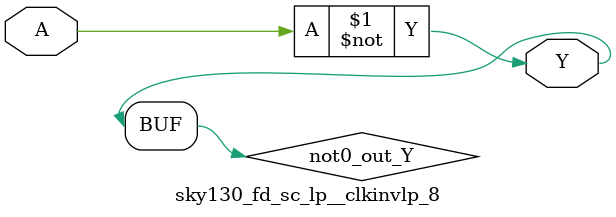
<source format=v>
/*
 * Copyright 2020 The SkyWater PDK Authors
 *
 * Licensed under the Apache License, Version 2.0 (the "License");
 * you may not use this file except in compliance with the License.
 * You may obtain a copy of the License at
 *
 *     https://www.apache.org/licenses/LICENSE-2.0
 *
 * Unless required by applicable law or agreed to in writing, software
 * distributed under the License is distributed on an "AS IS" BASIS,
 * WITHOUT WARRANTIES OR CONDITIONS OF ANY KIND, either express or implied.
 * See the License for the specific language governing permissions and
 * limitations under the License.
 *
 * SPDX-License-Identifier: Apache-2.0
*/


`ifndef SKY130_FD_SC_LP__CLKINVLP_8_FUNCTIONAL_V
`define SKY130_FD_SC_LP__CLKINVLP_8_FUNCTIONAL_V

/**
 * clkinvlp: Lower power Clock tree inverter.
 *
 * Verilog simulation functional model.
 */

`timescale 1ns / 1ps
`default_nettype none

`celldefine
module sky130_fd_sc_lp__clkinvlp_8 (
    Y,
    A
);

    // Module ports
    output Y;
    input  A;

    // Local signals
    wire not0_out_Y;

    //  Name  Output      Other arguments
    not not0 (not0_out_Y, A              );
    buf buf0 (Y         , not0_out_Y     );

endmodule
`endcelldefine

`default_nettype wire
`endif  // SKY130_FD_SC_LP__CLKINVLP_8_FUNCTIONAL_V

</source>
